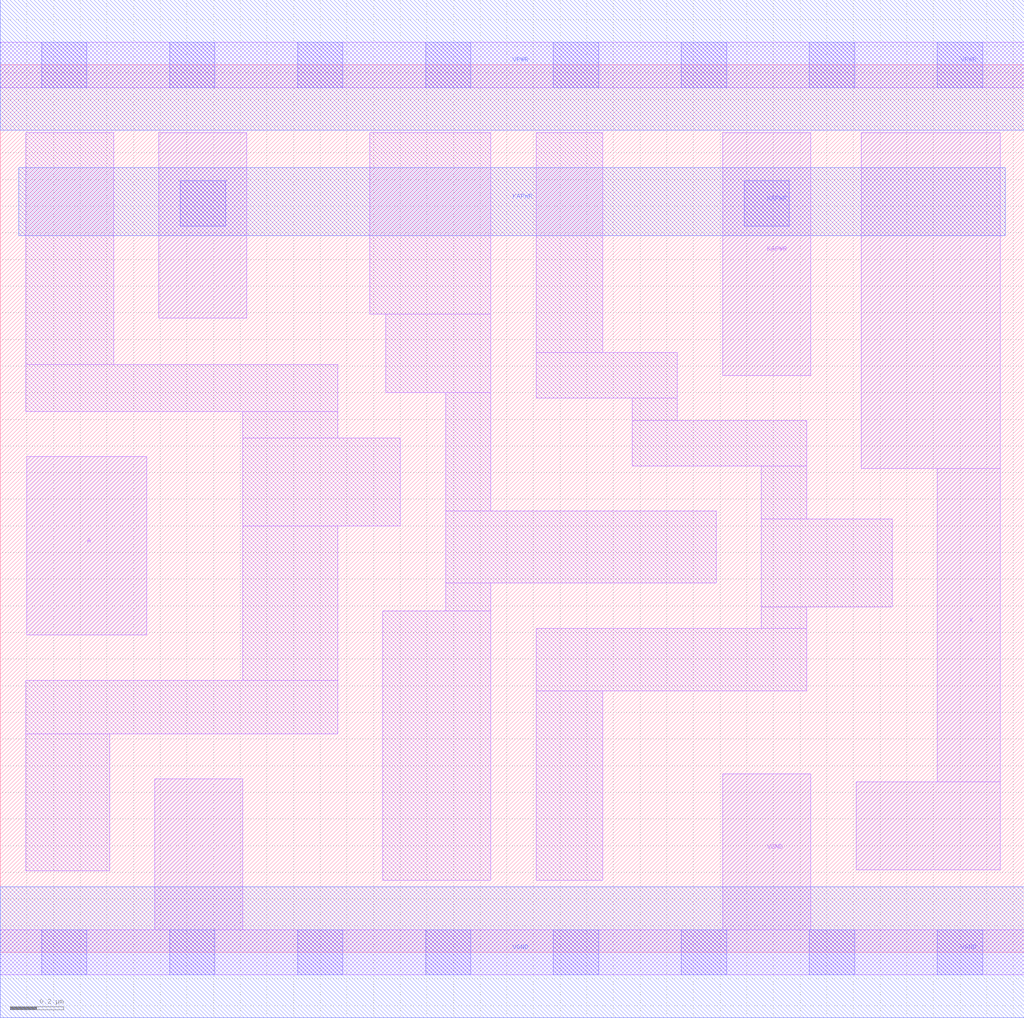
<source format=lef>
# Copyright 2020 The SkyWater PDK Authors
#
# Licensed under the Apache License, Version 2.0 (the "License");
# you may not use this file except in compliance with the License.
# You may obtain a copy of the License at
#
#     https://www.apache.org/licenses/LICENSE-2.0
#
# Unless required by applicable law or agreed to in writing, software
# distributed under the License is distributed on an "AS IS" BASIS,
# WITHOUT WARRANTIES OR CONDITIONS OF ANY KIND, either express or implied.
# See the License for the specific language governing permissions and
# limitations under the License.
#
# SPDX-License-Identifier: Apache-2.0

VERSION 5.7 ;
  NAMESCASESENSITIVE ON ;
  NOWIREEXTENSIONATPIN ON ;
  DIVIDERCHAR "/" ;
  BUSBITCHARS "[]" ;
UNITS
  DATABASE MICRONS 200 ;
END UNITS
MACRO sky130_fd_sc_lp__dlybuf4s15kapwr_1
  CLASS CORE ;
  SOURCE USER ;
  FOREIGN sky130_fd_sc_lp__dlybuf4s15kapwr_1 ;
  ORIGIN  0.000000  0.000000 ;
  SIZE  3.840000 BY  3.330000 ;
  SYMMETRY X Y ;
  SITE unit ;
  PIN A
    ANTENNAGATEAREA  0.252000 ;
    DIRECTION INPUT ;
    USE SIGNAL ;
    PORT
      LAYER li1 ;
        RECT 0.100000 1.190000 0.550000 1.860000 ;
    END
  END A
  PIN X
    ANTENNADIFFAREA  0.445200 ;
    DIRECTION OUTPUT ;
    USE SIGNAL ;
    PORT
      LAYER li1 ;
        RECT 3.210000 0.310000 3.750000 0.640000 ;
        RECT 3.230000 1.815000 3.750000 3.075000 ;
        RECT 3.515000 0.640000 3.750000 1.815000 ;
    END
  END X
  PIN KAPWR
    DIRECTION INOUT ;
    USE POWER ;
    PORT
      LAYER li1 ;
        RECT 0.595000 2.380000 0.925000 3.075000 ;
        RECT 2.710000 2.165000 3.040000 3.075000 ;
      LAYER mcon ;
        RECT 0.675000 2.725000 0.845000 2.895000 ;
        RECT 2.790000 2.725000 2.960000 2.895000 ;
      LAYER met1 ;
        RECT 0.070000 2.690000 3.770000 2.945000 ;
    END
  END KAPWR
  PIN VGND
    DIRECTION INOUT ;
    USE GROUND ;
    PORT
      LAYER li1 ;
        RECT 0.000000 -0.085000 3.840000 0.085000 ;
        RECT 0.580000  0.085000 0.910000 0.650000 ;
        RECT 2.710000  0.085000 3.040000 0.670000 ;
      LAYER mcon ;
        RECT 0.155000 -0.085000 0.325000 0.085000 ;
        RECT 0.635000 -0.085000 0.805000 0.085000 ;
        RECT 1.115000 -0.085000 1.285000 0.085000 ;
        RECT 1.595000 -0.085000 1.765000 0.085000 ;
        RECT 2.075000 -0.085000 2.245000 0.085000 ;
        RECT 2.555000 -0.085000 2.725000 0.085000 ;
        RECT 3.035000 -0.085000 3.205000 0.085000 ;
        RECT 3.515000 -0.085000 3.685000 0.085000 ;
      LAYER met1 ;
        RECT 0.000000 -0.245000 3.840000 0.245000 ;
    END
  END VGND
  PIN VPWR
    DIRECTION INOUT ;
    USE POWER ;
    PORT
      LAYER li1 ;
        RECT 0.000000 3.245000 3.840000 3.415000 ;
      LAYER mcon ;
        RECT 0.155000 3.245000 0.325000 3.415000 ;
        RECT 0.635000 3.245000 0.805000 3.415000 ;
        RECT 1.115000 3.245000 1.285000 3.415000 ;
        RECT 1.595000 3.245000 1.765000 3.415000 ;
        RECT 2.075000 3.245000 2.245000 3.415000 ;
        RECT 2.555000 3.245000 2.725000 3.415000 ;
        RECT 3.035000 3.245000 3.205000 3.415000 ;
        RECT 3.515000 3.245000 3.685000 3.415000 ;
      LAYER met1 ;
        RECT 0.000000 3.085000 3.840000 3.575000 ;
    END
  END VPWR
  OBS
    LAYER li1 ;
      RECT 0.095000 0.305000 0.410000 0.820000 ;
      RECT 0.095000 0.820000 1.265000 1.020000 ;
      RECT 0.095000 2.030000 1.265000 2.205000 ;
      RECT 0.095000 2.205000 0.425000 3.075000 ;
      RECT 0.910000 1.020000 1.265000 1.600000 ;
      RECT 0.910000 1.600000 1.500000 1.930000 ;
      RECT 0.910000 1.930000 1.265000 2.030000 ;
      RECT 1.385000 2.395000 1.840000 3.075000 ;
      RECT 1.435000 0.270000 1.840000 1.280000 ;
      RECT 1.445000 2.100000 1.840000 2.395000 ;
      RECT 1.670000 1.280000 1.840000 1.385000 ;
      RECT 1.670000 1.385000 2.685000 1.655000 ;
      RECT 1.670000 1.655000 1.840000 2.100000 ;
      RECT 2.010000 0.270000 2.260000 0.980000 ;
      RECT 2.010000 0.980000 3.025000 1.215000 ;
      RECT 2.010000 2.080000 2.540000 2.250000 ;
      RECT 2.010000 2.250000 2.260000 3.075000 ;
      RECT 2.370000 1.825000 3.025000 1.995000 ;
      RECT 2.370000 1.995000 2.540000 2.080000 ;
      RECT 2.855000 1.215000 3.025000 1.295000 ;
      RECT 2.855000 1.295000 3.345000 1.625000 ;
      RECT 2.855000 1.625000 3.025000 1.825000 ;
  END
END sky130_fd_sc_lp__dlybuf4s15kapwr_1

</source>
